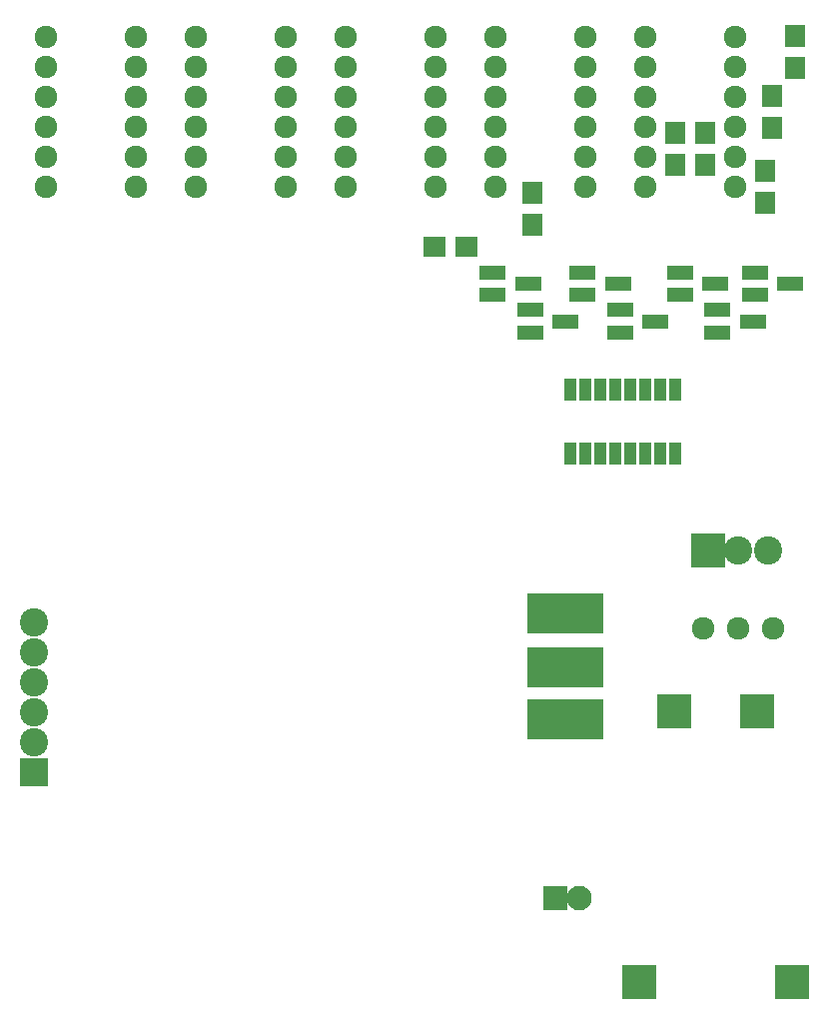
<source format=gbr>
G04 #@! TF.FileFunction,Soldermask,Bot*
%FSLAX46Y46*%
G04 Gerber Fmt 4.6, Leading zero omitted, Abs format (unit mm)*
G04 Created by KiCad (PCBNEW 4.0.2+dfsg1-stable) date Ne 28. apríl 2019, 22:46:11 CEST*
%MOMM*%
G01*
G04 APERTURE LIST*
%ADD10C,0.100000*%
%ADD11C,1.924000*%
%ADD12R,1.700000X1.900000*%
%ADD13R,1.900000X1.700000*%
%ADD14R,1.000000X1.900000*%
%ADD15R,6.400000X3.400000*%
%ADD16R,2.400000X2.400000*%
%ADD17C,2.400000*%
%ADD18R,2.100000X2.100000*%
%ADD19C,2.100000*%
%ADD20R,2.200860X1.200100*%
%ADD21R,2.900000X2.900000*%
G04 APERTURE END LIST*
D10*
D11*
X172720000Y-56515000D03*
X172720000Y-59055000D03*
X172720000Y-61595000D03*
X172720000Y-64135000D03*
X172720000Y-66675000D03*
X172720000Y-69215000D03*
X180340000Y-69215000D03*
X180340000Y-66675000D03*
X180340000Y-64135000D03*
X180340000Y-61595000D03*
X180340000Y-59055000D03*
X180340000Y-56515000D03*
X160020000Y-56515000D03*
X160020000Y-59055000D03*
X160020000Y-61595000D03*
X160020000Y-64135000D03*
X160020000Y-66675000D03*
X160020000Y-69215000D03*
X167640000Y-69215000D03*
X167640000Y-66675000D03*
X167640000Y-64135000D03*
X167640000Y-61595000D03*
X167640000Y-59055000D03*
X167640000Y-56515000D03*
X147320000Y-56515000D03*
X147320000Y-59055000D03*
X147320000Y-61595000D03*
X147320000Y-64135000D03*
X147320000Y-66675000D03*
X147320000Y-69215000D03*
X154940000Y-69215000D03*
X154940000Y-66675000D03*
X154940000Y-64135000D03*
X154940000Y-61595000D03*
X154940000Y-59055000D03*
X154940000Y-56515000D03*
D12*
X185420000Y-56435000D03*
X185420000Y-59135000D03*
X183515000Y-61515000D03*
X183515000Y-64215000D03*
X182880000Y-67865000D03*
X182880000Y-70565000D03*
X177800000Y-64690000D03*
X177800000Y-67390000D03*
X175260000Y-64690000D03*
X175260000Y-67390000D03*
X163195000Y-69770000D03*
X163195000Y-72470000D03*
D13*
X154860000Y-74295000D03*
X157560000Y-74295000D03*
D14*
X175260000Y-91854000D03*
X173990000Y-91854000D03*
X172720000Y-91854000D03*
X171450000Y-91854000D03*
X170180000Y-91854000D03*
X168910000Y-91854000D03*
X167640000Y-91854000D03*
X166370000Y-91854000D03*
X166370000Y-86454000D03*
X167640000Y-86454000D03*
X168910000Y-86454000D03*
X170180000Y-86454000D03*
X171450000Y-86454000D03*
X172720000Y-86454000D03*
X173990000Y-86454000D03*
X175260000Y-86454000D03*
D15*
X165936000Y-105438000D03*
X165936000Y-109938000D03*
X165936000Y-114338000D03*
D16*
X120904000Y-118872000D03*
D17*
X120904000Y-116332000D03*
X120904000Y-113792000D03*
X120904000Y-111252000D03*
X120904000Y-108712000D03*
X120904000Y-106172000D03*
D18*
X165100000Y-129540000D03*
D19*
X167100000Y-129540000D03*
D11*
X121920000Y-56515000D03*
X121920000Y-59055000D03*
X121920000Y-61595000D03*
X121920000Y-64135000D03*
X121920000Y-66675000D03*
X121920000Y-69215000D03*
X129540000Y-69215000D03*
X129540000Y-66675000D03*
X129540000Y-64135000D03*
X129540000Y-61595000D03*
X129540000Y-59055000D03*
X129540000Y-56515000D03*
X134620000Y-56515000D03*
X134620000Y-59055000D03*
X134620000Y-61595000D03*
X134620000Y-64135000D03*
X134620000Y-66675000D03*
X134620000Y-69215000D03*
X142240000Y-69215000D03*
X142240000Y-66675000D03*
X142240000Y-64135000D03*
X142240000Y-61595000D03*
X142240000Y-59055000D03*
X142240000Y-56515000D03*
D20*
X167408860Y-78420000D03*
X167408860Y-76520000D03*
X170411140Y-77470000D03*
X162963860Y-81595000D03*
X162963860Y-79695000D03*
X165966140Y-80645000D03*
X159788860Y-78420000D03*
X159788860Y-76520000D03*
X162791140Y-77470000D03*
X182013860Y-78420000D03*
X182013860Y-76520000D03*
X185016140Y-77470000D03*
X178838860Y-81595000D03*
X178838860Y-79695000D03*
X181841140Y-80645000D03*
X175663860Y-78420000D03*
X175663860Y-76520000D03*
X178666140Y-77470000D03*
X170583860Y-81595000D03*
X170583860Y-79695000D03*
X173586140Y-80645000D03*
D11*
X183594000Y-106712000D03*
X180594000Y-106712000D03*
X177594000Y-106712000D03*
D21*
X185180000Y-136684000D03*
X172180000Y-136684000D03*
X182180000Y-113684000D03*
X175180000Y-113684000D03*
X178054000Y-100076000D03*
D17*
X180594000Y-100076000D03*
X183134000Y-100076000D03*
M02*

</source>
